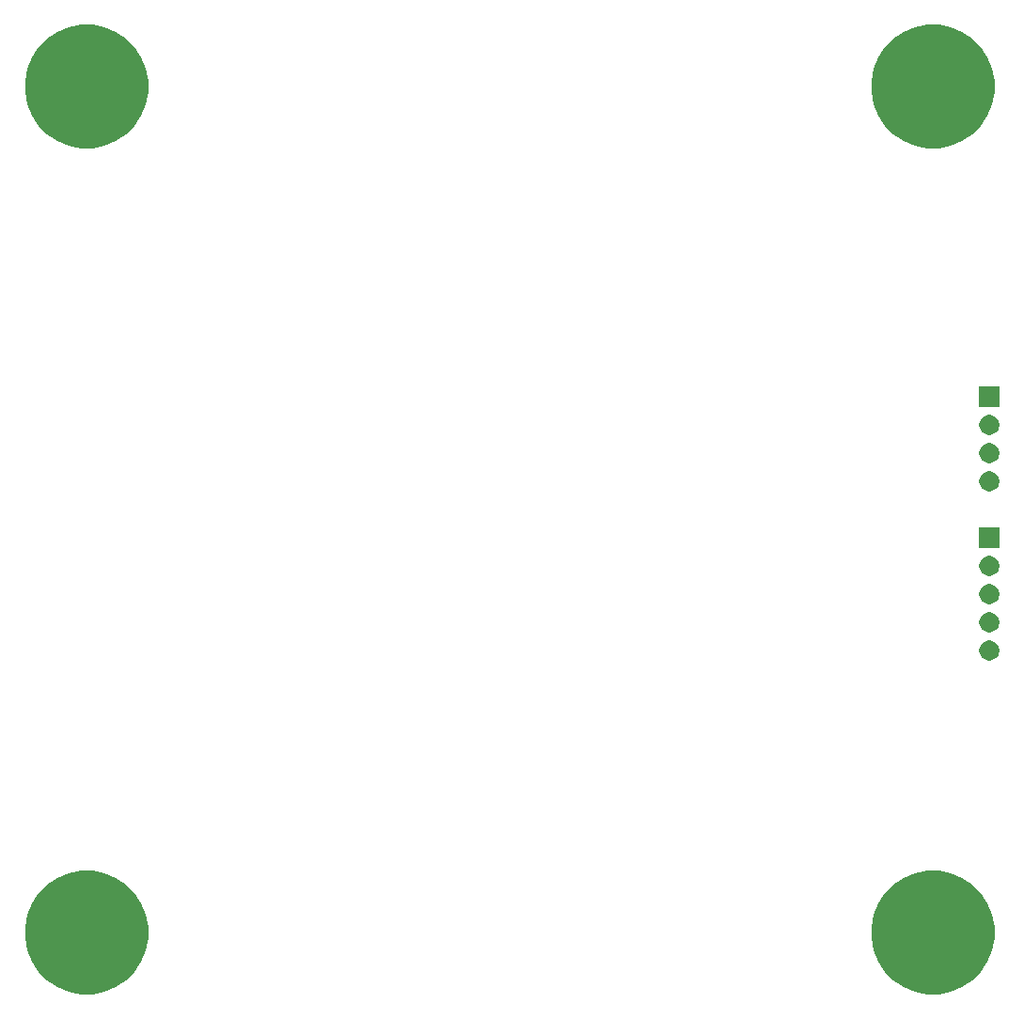
<source format=gbr>
G04 #@! TF.GenerationSoftware,KiCad,Pcbnew,(5.1.5)-3*
G04 #@! TF.CreationDate,2020-04-16T13:08:59+02:00*
G04 #@! TF.ProjectId,TGPG_breakoutboard,54475047-5f62-4726-9561-6b6f7574626f,rev?*
G04 #@! TF.SameCoordinates,Original*
G04 #@! TF.FileFunction,Soldermask,Bot*
G04 #@! TF.FilePolarity,Negative*
%FSLAX46Y46*%
G04 Gerber Fmt 4.6, Leading zero omitted, Abs format (unit mm)*
G04 Created by KiCad (PCBNEW (5.1.5)-3) date 2020-04-16 13:08:59*
%MOMM*%
%LPD*%
G04 APERTURE LIST*
%ADD10C,0.100000*%
G04 APERTURE END LIST*
D10*
G36*
X103519166Y-122762321D02*
G01*
X104529383Y-123180767D01*
X104529385Y-123180768D01*
X104758220Y-123333671D01*
X105438556Y-123788256D01*
X106211744Y-124561444D01*
X106819233Y-125470617D01*
X107237679Y-126480834D01*
X107451000Y-127553273D01*
X107451000Y-128646727D01*
X107237679Y-129719166D01*
X106819233Y-130729383D01*
X106211744Y-131638556D01*
X105438556Y-132411744D01*
X104758220Y-132866329D01*
X104529385Y-133019232D01*
X104529384Y-133019233D01*
X104529383Y-133019233D01*
X103519166Y-133437679D01*
X102446727Y-133651000D01*
X101353273Y-133651000D01*
X100280834Y-133437679D01*
X99270617Y-133019233D01*
X99270616Y-133019233D01*
X99270615Y-133019232D01*
X99041780Y-132866329D01*
X98361444Y-132411744D01*
X97588256Y-131638556D01*
X96980767Y-130729383D01*
X96562321Y-129719166D01*
X96349000Y-128646727D01*
X96349000Y-127553273D01*
X96562321Y-126480834D01*
X96980767Y-125470617D01*
X97588256Y-124561444D01*
X98361444Y-123788256D01*
X99041780Y-123333670D01*
X99270615Y-123180768D01*
X99270617Y-123180767D01*
X100280834Y-122762321D01*
X101353273Y-122549000D01*
X102446727Y-122549000D01*
X103519166Y-122762321D01*
G37*
G36*
X179719166Y-122762321D02*
G01*
X180729383Y-123180767D01*
X180729385Y-123180768D01*
X180958220Y-123333671D01*
X181638556Y-123788256D01*
X182411744Y-124561444D01*
X183019233Y-125470617D01*
X183437679Y-126480834D01*
X183651000Y-127553273D01*
X183651000Y-128646727D01*
X183437679Y-129719166D01*
X183019233Y-130729383D01*
X182411744Y-131638556D01*
X181638556Y-132411744D01*
X180958220Y-132866329D01*
X180729385Y-133019232D01*
X180729384Y-133019233D01*
X180729383Y-133019233D01*
X179719166Y-133437679D01*
X178646727Y-133651000D01*
X177553273Y-133651000D01*
X176480834Y-133437679D01*
X175470617Y-133019233D01*
X175470616Y-133019233D01*
X175470615Y-133019232D01*
X175241780Y-132866329D01*
X174561444Y-132411744D01*
X173788256Y-131638556D01*
X173180767Y-130729383D01*
X172762321Y-129719166D01*
X172549000Y-128646727D01*
X172549000Y-127553273D01*
X172762321Y-126480834D01*
X173180767Y-125470617D01*
X173788256Y-124561444D01*
X174561444Y-123788256D01*
X175241780Y-123333670D01*
X175470615Y-123180768D01*
X175470617Y-123180767D01*
X176480834Y-122762321D01*
X177553273Y-122549000D01*
X178646727Y-122549000D01*
X179719166Y-122762321D01*
G37*
G36*
X183293512Y-101803927D02*
G01*
X183442812Y-101833624D01*
X183606784Y-101901544D01*
X183754354Y-102000147D01*
X183879853Y-102125646D01*
X183978456Y-102273216D01*
X184046376Y-102437188D01*
X184081000Y-102611259D01*
X184081000Y-102788741D01*
X184046376Y-102962812D01*
X183978456Y-103126784D01*
X183879853Y-103274354D01*
X183754354Y-103399853D01*
X183606784Y-103498456D01*
X183442812Y-103566376D01*
X183293512Y-103596073D01*
X183268742Y-103601000D01*
X183091258Y-103601000D01*
X183066488Y-103596073D01*
X182917188Y-103566376D01*
X182753216Y-103498456D01*
X182605646Y-103399853D01*
X182480147Y-103274354D01*
X182381544Y-103126784D01*
X182313624Y-102962812D01*
X182279000Y-102788741D01*
X182279000Y-102611259D01*
X182313624Y-102437188D01*
X182381544Y-102273216D01*
X182480147Y-102125646D01*
X182605646Y-102000147D01*
X182753216Y-101901544D01*
X182917188Y-101833624D01*
X183066488Y-101803927D01*
X183091258Y-101799000D01*
X183268742Y-101799000D01*
X183293512Y-101803927D01*
G37*
G36*
X183293512Y-99263927D02*
G01*
X183442812Y-99293624D01*
X183606784Y-99361544D01*
X183754354Y-99460147D01*
X183879853Y-99585646D01*
X183978456Y-99733216D01*
X184046376Y-99897188D01*
X184081000Y-100071259D01*
X184081000Y-100248741D01*
X184046376Y-100422812D01*
X183978456Y-100586784D01*
X183879853Y-100734354D01*
X183754354Y-100859853D01*
X183606784Y-100958456D01*
X183442812Y-101026376D01*
X183293512Y-101056073D01*
X183268742Y-101061000D01*
X183091258Y-101061000D01*
X183066488Y-101056073D01*
X182917188Y-101026376D01*
X182753216Y-100958456D01*
X182605646Y-100859853D01*
X182480147Y-100734354D01*
X182381544Y-100586784D01*
X182313624Y-100422812D01*
X182279000Y-100248741D01*
X182279000Y-100071259D01*
X182313624Y-99897188D01*
X182381544Y-99733216D01*
X182480147Y-99585646D01*
X182605646Y-99460147D01*
X182753216Y-99361544D01*
X182917188Y-99293624D01*
X183066488Y-99263927D01*
X183091258Y-99259000D01*
X183268742Y-99259000D01*
X183293512Y-99263927D01*
G37*
G36*
X183293512Y-96723927D02*
G01*
X183442812Y-96753624D01*
X183606784Y-96821544D01*
X183754354Y-96920147D01*
X183879853Y-97045646D01*
X183978456Y-97193216D01*
X184046376Y-97357188D01*
X184081000Y-97531259D01*
X184081000Y-97708741D01*
X184046376Y-97882812D01*
X183978456Y-98046784D01*
X183879853Y-98194354D01*
X183754354Y-98319853D01*
X183606784Y-98418456D01*
X183442812Y-98486376D01*
X183293512Y-98516073D01*
X183268742Y-98521000D01*
X183091258Y-98521000D01*
X183066488Y-98516073D01*
X182917188Y-98486376D01*
X182753216Y-98418456D01*
X182605646Y-98319853D01*
X182480147Y-98194354D01*
X182381544Y-98046784D01*
X182313624Y-97882812D01*
X182279000Y-97708741D01*
X182279000Y-97531259D01*
X182313624Y-97357188D01*
X182381544Y-97193216D01*
X182480147Y-97045646D01*
X182605646Y-96920147D01*
X182753216Y-96821544D01*
X182917188Y-96753624D01*
X183066488Y-96723927D01*
X183091258Y-96719000D01*
X183268742Y-96719000D01*
X183293512Y-96723927D01*
G37*
G36*
X183293512Y-94183927D02*
G01*
X183442812Y-94213624D01*
X183606784Y-94281544D01*
X183754354Y-94380147D01*
X183879853Y-94505646D01*
X183978456Y-94653216D01*
X184046376Y-94817188D01*
X184081000Y-94991259D01*
X184081000Y-95168741D01*
X184046376Y-95342812D01*
X183978456Y-95506784D01*
X183879853Y-95654354D01*
X183754354Y-95779853D01*
X183606784Y-95878456D01*
X183442812Y-95946376D01*
X183293512Y-95976073D01*
X183268742Y-95981000D01*
X183091258Y-95981000D01*
X183066488Y-95976073D01*
X182917188Y-95946376D01*
X182753216Y-95878456D01*
X182605646Y-95779853D01*
X182480147Y-95654354D01*
X182381544Y-95506784D01*
X182313624Y-95342812D01*
X182279000Y-95168741D01*
X182279000Y-94991259D01*
X182313624Y-94817188D01*
X182381544Y-94653216D01*
X182480147Y-94505646D01*
X182605646Y-94380147D01*
X182753216Y-94281544D01*
X182917188Y-94213624D01*
X183066488Y-94183927D01*
X183091258Y-94179000D01*
X183268742Y-94179000D01*
X183293512Y-94183927D01*
G37*
G36*
X184081000Y-93441000D02*
G01*
X182279000Y-93441000D01*
X182279000Y-91639000D01*
X184081000Y-91639000D01*
X184081000Y-93441000D01*
G37*
G36*
X183293512Y-86563927D02*
G01*
X183442812Y-86593624D01*
X183606784Y-86661544D01*
X183754354Y-86760147D01*
X183879853Y-86885646D01*
X183978456Y-87033216D01*
X184046376Y-87197188D01*
X184081000Y-87371259D01*
X184081000Y-87548741D01*
X184046376Y-87722812D01*
X183978456Y-87886784D01*
X183879853Y-88034354D01*
X183754354Y-88159853D01*
X183606784Y-88258456D01*
X183442812Y-88326376D01*
X183293512Y-88356073D01*
X183268742Y-88361000D01*
X183091258Y-88361000D01*
X183066488Y-88356073D01*
X182917188Y-88326376D01*
X182753216Y-88258456D01*
X182605646Y-88159853D01*
X182480147Y-88034354D01*
X182381544Y-87886784D01*
X182313624Y-87722812D01*
X182279000Y-87548741D01*
X182279000Y-87371259D01*
X182313624Y-87197188D01*
X182381544Y-87033216D01*
X182480147Y-86885646D01*
X182605646Y-86760147D01*
X182753216Y-86661544D01*
X182917188Y-86593624D01*
X183066488Y-86563927D01*
X183091258Y-86559000D01*
X183268742Y-86559000D01*
X183293512Y-86563927D01*
G37*
G36*
X183293512Y-84023927D02*
G01*
X183442812Y-84053624D01*
X183606784Y-84121544D01*
X183754354Y-84220147D01*
X183879853Y-84345646D01*
X183978456Y-84493216D01*
X184046376Y-84657188D01*
X184081000Y-84831259D01*
X184081000Y-85008741D01*
X184046376Y-85182812D01*
X183978456Y-85346784D01*
X183879853Y-85494354D01*
X183754354Y-85619853D01*
X183606784Y-85718456D01*
X183442812Y-85786376D01*
X183293512Y-85816073D01*
X183268742Y-85821000D01*
X183091258Y-85821000D01*
X183066488Y-85816073D01*
X182917188Y-85786376D01*
X182753216Y-85718456D01*
X182605646Y-85619853D01*
X182480147Y-85494354D01*
X182381544Y-85346784D01*
X182313624Y-85182812D01*
X182279000Y-85008741D01*
X182279000Y-84831259D01*
X182313624Y-84657188D01*
X182381544Y-84493216D01*
X182480147Y-84345646D01*
X182605646Y-84220147D01*
X182753216Y-84121544D01*
X182917188Y-84053624D01*
X183066488Y-84023927D01*
X183091258Y-84019000D01*
X183268742Y-84019000D01*
X183293512Y-84023927D01*
G37*
G36*
X183293512Y-81483927D02*
G01*
X183442812Y-81513624D01*
X183606784Y-81581544D01*
X183754354Y-81680147D01*
X183879853Y-81805646D01*
X183978456Y-81953216D01*
X184046376Y-82117188D01*
X184081000Y-82291259D01*
X184081000Y-82468741D01*
X184046376Y-82642812D01*
X183978456Y-82806784D01*
X183879853Y-82954354D01*
X183754354Y-83079853D01*
X183606784Y-83178456D01*
X183442812Y-83246376D01*
X183293512Y-83276073D01*
X183268742Y-83281000D01*
X183091258Y-83281000D01*
X183066488Y-83276073D01*
X182917188Y-83246376D01*
X182753216Y-83178456D01*
X182605646Y-83079853D01*
X182480147Y-82954354D01*
X182381544Y-82806784D01*
X182313624Y-82642812D01*
X182279000Y-82468741D01*
X182279000Y-82291259D01*
X182313624Y-82117188D01*
X182381544Y-81953216D01*
X182480147Y-81805646D01*
X182605646Y-81680147D01*
X182753216Y-81581544D01*
X182917188Y-81513624D01*
X183066488Y-81483927D01*
X183091258Y-81479000D01*
X183268742Y-81479000D01*
X183293512Y-81483927D01*
G37*
G36*
X184081000Y-80741000D02*
G01*
X182279000Y-80741000D01*
X182279000Y-78939000D01*
X184081000Y-78939000D01*
X184081000Y-80741000D01*
G37*
G36*
X179719166Y-46562321D02*
G01*
X180729383Y-46980767D01*
X180729385Y-46980768D01*
X180958220Y-47133671D01*
X181638556Y-47588256D01*
X182411744Y-48361444D01*
X183019233Y-49270617D01*
X183437679Y-50280834D01*
X183651000Y-51353273D01*
X183651000Y-52446727D01*
X183437679Y-53519166D01*
X183019233Y-54529383D01*
X182411744Y-55438556D01*
X181638556Y-56211744D01*
X180958220Y-56666330D01*
X180729385Y-56819232D01*
X180729384Y-56819233D01*
X180729383Y-56819233D01*
X179719166Y-57237679D01*
X178646727Y-57451000D01*
X177553273Y-57451000D01*
X176480834Y-57237679D01*
X175470617Y-56819233D01*
X175470616Y-56819233D01*
X175470615Y-56819232D01*
X175241780Y-56666330D01*
X174561444Y-56211744D01*
X173788256Y-55438556D01*
X173180767Y-54529383D01*
X172762321Y-53519166D01*
X172549000Y-52446727D01*
X172549000Y-51353273D01*
X172762321Y-50280834D01*
X173180767Y-49270617D01*
X173788256Y-48361444D01*
X174561444Y-47588256D01*
X175241780Y-47133670D01*
X175470615Y-46980768D01*
X175470617Y-46980767D01*
X176480834Y-46562321D01*
X177553273Y-46349000D01*
X178646727Y-46349000D01*
X179719166Y-46562321D01*
G37*
G36*
X103519166Y-46562321D02*
G01*
X104529383Y-46980767D01*
X104529385Y-46980768D01*
X104758220Y-47133671D01*
X105438556Y-47588256D01*
X106211744Y-48361444D01*
X106819233Y-49270617D01*
X107237679Y-50280834D01*
X107451000Y-51353273D01*
X107451000Y-52446727D01*
X107237679Y-53519166D01*
X106819233Y-54529383D01*
X106211744Y-55438556D01*
X105438556Y-56211744D01*
X104758220Y-56666330D01*
X104529385Y-56819232D01*
X104529384Y-56819233D01*
X104529383Y-56819233D01*
X103519166Y-57237679D01*
X102446727Y-57451000D01*
X101353273Y-57451000D01*
X100280834Y-57237679D01*
X99270617Y-56819233D01*
X99270616Y-56819233D01*
X99270615Y-56819232D01*
X99041780Y-56666330D01*
X98361444Y-56211744D01*
X97588256Y-55438556D01*
X96980767Y-54529383D01*
X96562321Y-53519166D01*
X96349000Y-52446727D01*
X96349000Y-51353273D01*
X96562321Y-50280834D01*
X96980767Y-49270617D01*
X97588256Y-48361444D01*
X98361444Y-47588256D01*
X99041780Y-47133670D01*
X99270615Y-46980768D01*
X99270617Y-46980767D01*
X100280834Y-46562321D01*
X101353273Y-46349000D01*
X102446727Y-46349000D01*
X103519166Y-46562321D01*
G37*
M02*

</source>
